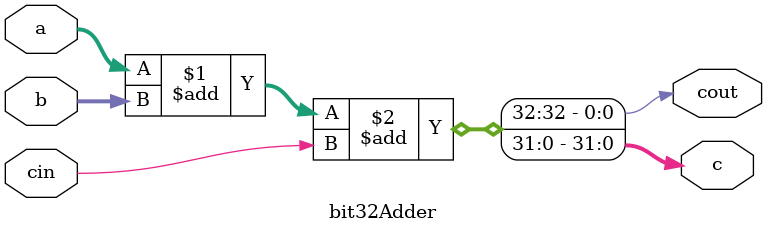
<source format=v>
`timescale 1ns / 1ps
module bit32Adder(
		input[31:0] a,
		input[31:0] b,
		input cin,
		output[31:0] c,
		output cout
    );
assign {cout,c} = a+b+cin;


endmodule

</source>
